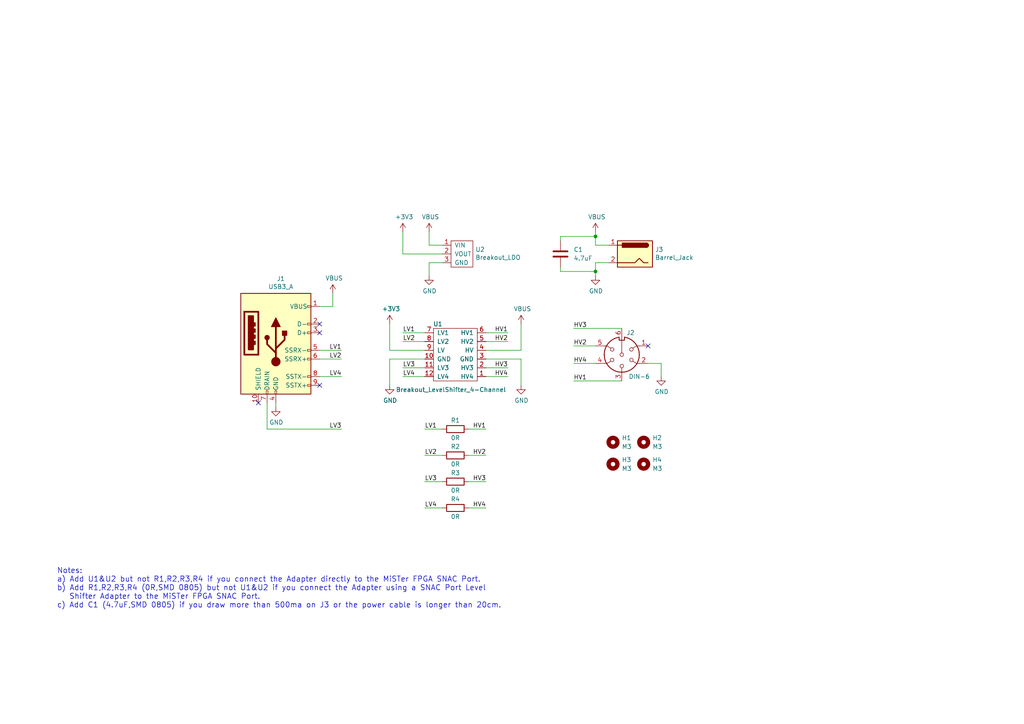
<source format=kicad_sch>
(kicad_sch (version 20211123) (generator eeschema)

  (uuid 8322f275-268c-4e87-a69f-4cfbf05e747f)

  (paper "A4")

  (title_block
    (title "SNAC2IEC")
    (date "2022-02-19")
    (rev "v1.1")
    (comment 2 "Converts the MiSTer FPGA SNAC Port into a Commodore IEC/CBM (Serial) Bus Port.")
  )

  (lib_symbols
    (symbol "Connector:Barrel_Jack" (pin_names (offset 1.016)) (in_bom yes) (on_board yes)
      (property "Reference" "J" (id 0) (at 0 5.334 0)
        (effects (font (size 1.27 1.27)))
      )
      (property "Value" "Barrel_Jack" (id 1) (at 0 -5.08 0)
        (effects (font (size 1.27 1.27)))
      )
      (property "Footprint" "" (id 2) (at 1.27 -1.016 0)
        (effects (font (size 1.27 1.27)) hide)
      )
      (property "Datasheet" "~" (id 3) (at 1.27 -1.016 0)
        (effects (font (size 1.27 1.27)) hide)
      )
      (property "ki_keywords" "DC power barrel jack connector" (id 4) (at 0 0 0)
        (effects (font (size 1.27 1.27)) hide)
      )
      (property "ki_description" "DC Barrel Jack" (id 5) (at 0 0 0)
        (effects (font (size 1.27 1.27)) hide)
      )
      (property "ki_fp_filters" "BarrelJack*" (id 6) (at 0 0 0)
        (effects (font (size 1.27 1.27)) hide)
      )
      (symbol "Barrel_Jack_0_1"
        (rectangle (start -5.08 3.81) (end 5.08 -3.81)
          (stroke (width 0.254) (type default) (color 0 0 0 0))
          (fill (type background))
        )
        (arc (start -3.302 3.175) (mid -3.937 2.54) (end -3.302 1.905)
          (stroke (width 0.254) (type default) (color 0 0 0 0))
          (fill (type none))
        )
        (arc (start -3.302 3.175) (mid -3.937 2.54) (end -3.302 1.905)
          (stroke (width 0.254) (type default) (color 0 0 0 0))
          (fill (type outline))
        )
        (polyline
          (pts
            (xy 5.08 2.54)
            (xy 3.81 2.54)
          )
          (stroke (width 0.254) (type default) (color 0 0 0 0))
          (fill (type none))
        )
        (polyline
          (pts
            (xy -3.81 -2.54)
            (xy -2.54 -2.54)
            (xy -1.27 -1.27)
            (xy 0 -2.54)
            (xy 2.54 -2.54)
            (xy 5.08 -2.54)
          )
          (stroke (width 0.254) (type default) (color 0 0 0 0))
          (fill (type none))
        )
        (rectangle (start 3.683 3.175) (end -3.302 1.905)
          (stroke (width 0.254) (type default) (color 0 0 0 0))
          (fill (type outline))
        )
      )
      (symbol "Barrel_Jack_1_1"
        (pin passive line (at 7.62 2.54 180) (length 2.54)
          (name "~" (effects (font (size 1.27 1.27))))
          (number "1" (effects (font (size 1.27 1.27))))
        )
        (pin passive line (at 7.62 -2.54 180) (length 2.54)
          (name "~" (effects (font (size 1.27 1.27))))
          (number "2" (effects (font (size 1.27 1.27))))
        )
      )
    )
    (symbol "Connector:DIN-6" (pin_names (offset 1.016)) (in_bom yes) (on_board yes)
      (property "Reference" "J" (id 0) (at 3.175 5.715 0)
        (effects (font (size 1.27 1.27)))
      )
      (property "Value" "DIN-6" (id 1) (at 4.445 -4.445 0)
        (effects (font (size 1.27 1.27)) (justify left))
      )
      (property "Footprint" "" (id 2) (at 0 0 0)
        (effects (font (size 1.27 1.27)) hide)
      )
      (property "Datasheet" "http://www.mouser.com/ds/2/18/40_c091_abd_e-75918.pdf" (id 3) (at 0 0 0)
        (effects (font (size 1.27 1.27)) hide)
      )
      (property "ki_keywords" "circular DIN connector" (id 4) (at 0 0 0)
        (effects (font (size 1.27 1.27)) hide)
      )
      (property "ki_description" "6-pin DIN connector" (id 5) (at 0 0 0)
        (effects (font (size 1.27 1.27)) hide)
      )
      (property "ki_fp_filters" "DIN*" (id 6) (at 0 0 0)
        (effects (font (size 1.27 1.27)) hide)
      )
      (symbol "DIN-6_0_1"
        (arc (start -5.08 0) (mid -3.8597 -3.3379) (end -0.762 -5.08)
          (stroke (width 0.254) (type default) (color 0 0 0 0))
          (fill (type none))
        )
        (circle (center -2.794 -1.524) (radius 0.508)
          (stroke (width 0) (type default) (color 0 0 0 0))
          (fill (type none))
        )
        (circle (center -2.794 1.524) (radius 0.508)
          (stroke (width 0) (type default) (color 0 0 0 0))
          (fill (type none))
        )
        (polyline
          (pts
            (xy 0 -5.08)
            (xy 0 -0.508)
          )
          (stroke (width 0) (type default) (color 0 0 0 0))
          (fill (type none))
        )
        (polyline
          (pts
            (xy 0 5.08)
            (xy 0 3.81)
          )
          (stroke (width 0) (type default) (color 0 0 0 0))
          (fill (type none))
        )
        (polyline
          (pts
            (xy -5.08 -2.54)
            (xy -4.318 -2.54)
            (xy -3.175 -1.905)
          )
          (stroke (width 0) (type default) (color 0 0 0 0))
          (fill (type none))
        )
        (polyline
          (pts
            (xy -5.08 2.54)
            (xy -4.318 2.54)
            (xy -3.175 1.905)
          )
          (stroke (width 0) (type default) (color 0 0 0 0))
          (fill (type none))
        )
        (polyline
          (pts
            (xy 5.08 -2.54)
            (xy 4.318 -2.54)
            (xy 3.175 -1.905)
          )
          (stroke (width 0) (type default) (color 0 0 0 0))
          (fill (type none))
        )
        (polyline
          (pts
            (xy 5.08 2.54)
            (xy 4.318 2.54)
            (xy 3.175 1.905)
          )
          (stroke (width 0) (type default) (color 0 0 0 0))
          (fill (type none))
        )
        (polyline
          (pts
            (xy -0.762 -4.953)
            (xy -0.762 -4.191)
            (xy 0.762 -4.191)
            (xy 0.762 -4.953)
          )
          (stroke (width 0.254) (type default) (color 0 0 0 0))
          (fill (type none))
        )
        (circle (center 0 0) (radius 0.508)
          (stroke (width 0) (type default) (color 0 0 0 0))
          (fill (type none))
        )
        (circle (center 0 3.302) (radius 0.508)
          (stroke (width 0) (type default) (color 0 0 0 0))
          (fill (type none))
        )
        (arc (start 0.762 -5.08) (mid 3.8673 -3.3444) (end 5.08 0)
          (stroke (width 0.254) (type default) (color 0 0 0 0))
          (fill (type none))
        )
        (circle (center 2.794 -1.524) (radius 0.508)
          (stroke (width 0) (type default) (color 0 0 0 0))
          (fill (type none))
        )
        (circle (center 2.794 1.524) (radius 0.508)
          (stroke (width 0) (type default) (color 0 0 0 0))
          (fill (type none))
        )
        (arc (start 5.08 0) (mid 0 5.08) (end -5.08 0)
          (stroke (width 0.254) (type default) (color 0 0 0 0))
          (fill (type none))
        )
      )
      (symbol "DIN-6_1_1"
        (pin passive line (at -7.62 -2.54 0) (length 2.54)
          (name "~" (effects (font (size 1.27 1.27))))
          (number "1" (effects (font (size 1.27 1.27))))
        )
        (pin passive line (at -7.62 2.54 0) (length 2.54)
          (name "~" (effects (font (size 1.27 1.27))))
          (number "2" (effects (font (size 1.27 1.27))))
        )
        (pin passive line (at 0 7.62 270) (length 2.54)
          (name "~" (effects (font (size 1.27 1.27))))
          (number "3" (effects (font (size 1.27 1.27))))
        )
        (pin passive line (at 7.62 2.54 180) (length 2.54)
          (name "~" (effects (font (size 1.27 1.27))))
          (number "4" (effects (font (size 1.27 1.27))))
        )
        (pin passive line (at 7.62 -2.54 180) (length 2.54)
          (name "~" (effects (font (size 1.27 1.27))))
          (number "5" (effects (font (size 1.27 1.27))))
        )
        (pin passive line (at 0 -7.62 90) (length 2.54)
          (name "~" (effects (font (size 1.27 1.27))))
          (number "6" (effects (font (size 1.27 1.27))))
        )
      )
    )
    (symbol "Connector:USB3_A" (pin_names (offset 1.016)) (in_bom yes) (on_board yes)
      (property "Reference" "J" (id 0) (at -10.16 15.24 0)
        (effects (font (size 1.27 1.27)) (justify left))
      )
      (property "Value" "USB3_A" (id 1) (at 10.16 15.24 0)
        (effects (font (size 1.27 1.27)) (justify right))
      )
      (property "Footprint" "" (id 2) (at 3.81 2.54 0)
        (effects (font (size 1.27 1.27)) hide)
      )
      (property "Datasheet" "~" (id 3) (at 3.81 2.54 0)
        (effects (font (size 1.27 1.27)) hide)
      )
      (property "ki_keywords" "usb universal serial bus" (id 4) (at 0 0 0)
        (effects (font (size 1.27 1.27)) hide)
      )
      (property "ki_description" "USB 3.0 A connector" (id 5) (at 0 0 0)
        (effects (font (size 1.27 1.27)) hide)
      )
      (symbol "USB3_A_0_0"
        (rectangle (start -9.144 8.636) (end -5.08 -3.81)
          (stroke (width 0.508) (type default) (color 0 0 0 0))
          (fill (type none))
        )
        (rectangle (start -7.874 7.366) (end -6.604 -2.286)
          (stroke (width 0.508) (type default) (color 0 0 0 0))
          (fill (type outline))
        )
        (rectangle (start -6.35 0) (end -6.096 -0.762)
          (stroke (width 0.508) (type default) (color 0 0 0 0))
          (fill (type none))
        )
        (rectangle (start -6.35 1.778) (end -6.096 1.016)
          (stroke (width 0.508) (type default) (color 0 0 0 0))
          (fill (type none))
        )
        (rectangle (start -6.35 3.556) (end -6.096 2.794)
          (stroke (width 0.508) (type default) (color 0 0 0 0))
          (fill (type none))
        )
        (rectangle (start -6.35 5.334) (end -6.096 4.572)
          (stroke (width 0.508) (type default) (color 0 0 0 0))
          (fill (type none))
        )
        (rectangle (start -2.794 -15.24) (end -2.286 -14.224)
          (stroke (width 0) (type default) (color 0 0 0 0))
          (fill (type none))
        )
        (rectangle (start -0.254 -15.24) (end 0.254 -14.224)
          (stroke (width 0) (type default) (color 0 0 0 0))
          (fill (type none))
        )
        (rectangle (start 10.16 -12.446) (end 9.144 -12.954)
          (stroke (width 0) (type default) (color 0 0 0 0))
          (fill (type none))
        )
        (rectangle (start 10.16 -9.906) (end 9.144 -10.414)
          (stroke (width 0) (type default) (color 0 0 0 0))
          (fill (type none))
        )
        (rectangle (start 10.16 -4.826) (end 9.144 -5.334)
          (stroke (width 0) (type default) (color 0 0 0 0))
          (fill (type none))
        )
        (rectangle (start 10.16 -2.286) (end 9.144 -2.794)
          (stroke (width 0) (type default) (color 0 0 0 0))
          (fill (type none))
        )
        (rectangle (start 10.16 2.794) (end 9.144 2.286)
          (stroke (width 0) (type default) (color 0 0 0 0))
          (fill (type none))
        )
        (rectangle (start 10.16 5.334) (end 9.144 4.826)
          (stroke (width 0) (type default) (color 0 0 0 0))
          (fill (type none))
        )
        (rectangle (start 10.16 10.414) (end 9.144 9.906)
          (stroke (width 0) (type default) (color 0 0 0 0))
          (fill (type none))
        )
      )
      (symbol "USB3_A_0_1"
        (rectangle (start -10.16 13.97) (end 10.16 -15.24)
          (stroke (width 0.254) (type default) (color 0 0 0 0))
          (fill (type background))
        )
      )
      (symbol "USB3_A_1_1"
        (circle (center -2.54 1.143) (radius 0.635)
          (stroke (width 0.254) (type default) (color 0 0 0 0))
          (fill (type outline))
        )
        (circle (center 0 -5.842) (radius 1.27)
          (stroke (width 0) (type default) (color 0 0 0 0))
          (fill (type outline))
        )
        (polyline
          (pts
            (xy 0 -5.842)
            (xy 0 4.318)
          )
          (stroke (width 0.508) (type default) (color 0 0 0 0))
          (fill (type none))
        )
        (polyline
          (pts
            (xy 0 -3.302)
            (xy -2.54 -0.762)
            (xy -2.54 0.508)
          )
          (stroke (width 0.508) (type default) (color 0 0 0 0))
          (fill (type none))
        )
        (polyline
          (pts
            (xy 0 -2.032)
            (xy 2.54 0.508)
            (xy 2.54 1.778)
          )
          (stroke (width 0.508) (type default) (color 0 0 0 0))
          (fill (type none))
        )
        (polyline
          (pts
            (xy -1.27 4.318)
            (xy 0 6.858)
            (xy 1.27 4.318)
            (xy -1.27 4.318)
          )
          (stroke (width 0.254) (type default) (color 0 0 0 0))
          (fill (type outline))
        )
        (rectangle (start 1.905 1.778) (end 3.175 3.048)
          (stroke (width 0.254) (type default) (color 0 0 0 0))
          (fill (type outline))
        )
        (pin power_in line (at 12.7 10.16 180) (length 2.54)
          (name "VBUS" (effects (font (size 1.27 1.27))))
          (number "1" (effects (font (size 1.27 1.27))))
        )
        (pin passive line (at -5.08 -17.78 90) (length 2.54)
          (name "SHIELD" (effects (font (size 1.27 1.27))))
          (number "10" (effects (font (size 1.27 1.27))))
        )
        (pin bidirectional line (at 12.7 5.08 180) (length 2.54)
          (name "D-" (effects (font (size 1.27 1.27))))
          (number "2" (effects (font (size 1.27 1.27))))
        )
        (pin bidirectional line (at 12.7 2.54 180) (length 2.54)
          (name "D+" (effects (font (size 1.27 1.27))))
          (number "3" (effects (font (size 1.27 1.27))))
        )
        (pin power_in line (at 0 -17.78 90) (length 2.54)
          (name "GND" (effects (font (size 1.27 1.27))))
          (number "4" (effects (font (size 1.27 1.27))))
        )
        (pin output line (at 12.7 -2.54 180) (length 2.54)
          (name "SSRX-" (effects (font (size 1.27 1.27))))
          (number "5" (effects (font (size 1.27 1.27))))
        )
        (pin output line (at 12.7 -5.08 180) (length 2.54)
          (name "SSRX+" (effects (font (size 1.27 1.27))))
          (number "6" (effects (font (size 1.27 1.27))))
        )
        (pin passive line (at -2.54 -17.78 90) (length 2.54)
          (name "DRAIN" (effects (font (size 1.27 1.27))))
          (number "7" (effects (font (size 1.27 1.27))))
        )
        (pin input line (at 12.7 -10.16 180) (length 2.54)
          (name "SSTX-" (effects (font (size 1.27 1.27))))
          (number "8" (effects (font (size 1.27 1.27))))
        )
        (pin input line (at 12.7 -12.7 180) (length 2.54)
          (name "SSTX+" (effects (font (size 1.27 1.27))))
          (number "9" (effects (font (size 1.27 1.27))))
        )
      )
    )
    (symbol "Device:C" (pin_numbers hide) (pin_names (offset 0.254)) (in_bom yes) (on_board yes)
      (property "Reference" "C" (id 0) (at 0.635 2.54 0)
        (effects (font (size 1.27 1.27)) (justify left))
      )
      (property "Value" "C" (id 1) (at 0.635 -2.54 0)
        (effects (font (size 1.27 1.27)) (justify left))
      )
      (property "Footprint" "" (id 2) (at 0.9652 -3.81 0)
        (effects (font (size 1.27 1.27)) hide)
      )
      (property "Datasheet" "~" (id 3) (at 0 0 0)
        (effects (font (size 1.27 1.27)) hide)
      )
      (property "ki_keywords" "cap capacitor" (id 4) (at 0 0 0)
        (effects (font (size 1.27 1.27)) hide)
      )
      (property "ki_description" "Unpolarized capacitor" (id 5) (at 0 0 0)
        (effects (font (size 1.27 1.27)) hide)
      )
      (property "ki_fp_filters" "C_*" (id 6) (at 0 0 0)
        (effects (font (size 1.27 1.27)) hide)
      )
      (symbol "C_0_1"
        (polyline
          (pts
            (xy -2.032 -0.762)
            (xy 2.032 -0.762)
          )
          (stroke (width 0.508) (type default) (color 0 0 0 0))
          (fill (type none))
        )
        (polyline
          (pts
            (xy -2.032 0.762)
            (xy 2.032 0.762)
          )
          (stroke (width 0.508) (type default) (color 0 0 0 0))
          (fill (type none))
        )
      )
      (symbol "C_1_1"
        (pin passive line (at 0 3.81 270) (length 2.794)
          (name "~" (effects (font (size 1.27 1.27))))
          (number "1" (effects (font (size 1.27 1.27))))
        )
        (pin passive line (at 0 -3.81 90) (length 2.794)
          (name "~" (effects (font (size 1.27 1.27))))
          (number "2" (effects (font (size 1.27 1.27))))
        )
      )
    )
    (symbol "Device:R" (pin_numbers hide) (pin_names (offset 0)) (in_bom yes) (on_board yes)
      (property "Reference" "R" (id 0) (at 2.032 0 90)
        (effects (font (size 1.27 1.27)))
      )
      (property "Value" "R" (id 1) (at 0 0 90)
        (effects (font (size 1.27 1.27)))
      )
      (property "Footprint" "" (id 2) (at -1.778 0 90)
        (effects (font (size 1.27 1.27)) hide)
      )
      (property "Datasheet" "~" (id 3) (at 0 0 0)
        (effects (font (size 1.27 1.27)) hide)
      )
      (property "ki_keywords" "R res resistor" (id 4) (at 0 0 0)
        (effects (font (size 1.27 1.27)) hide)
      )
      (property "ki_description" "Resistor" (id 5) (at 0 0 0)
        (effects (font (size 1.27 1.27)) hide)
      )
      (property "ki_fp_filters" "R_*" (id 6) (at 0 0 0)
        (effects (font (size 1.27 1.27)) hide)
      )
      (symbol "R_0_1"
        (rectangle (start -1.016 -2.54) (end 1.016 2.54)
          (stroke (width 0.254) (type default) (color 0 0 0 0))
          (fill (type none))
        )
      )
      (symbol "R_1_1"
        (pin passive line (at 0 3.81 270) (length 1.27)
          (name "~" (effects (font (size 1.27 1.27))))
          (number "1" (effects (font (size 1.27 1.27))))
        )
        (pin passive line (at 0 -3.81 90) (length 1.27)
          (name "~" (effects (font (size 1.27 1.27))))
          (number "2" (effects (font (size 1.27 1.27))))
        )
      )
    )
    (symbol "Mechanical:MountingHole" (pin_names (offset 1.016)) (in_bom yes) (on_board yes)
      (property "Reference" "H" (id 0) (at 0 5.08 0)
        (effects (font (size 1.27 1.27)))
      )
      (property "Value" "MountingHole" (id 1) (at 0 3.175 0)
        (effects (font (size 1.27 1.27)))
      )
      (property "Footprint" "" (id 2) (at 0 0 0)
        (effects (font (size 1.27 1.27)) hide)
      )
      (property "Datasheet" "~" (id 3) (at 0 0 0)
        (effects (font (size 1.27 1.27)) hide)
      )
      (property "ki_keywords" "mounting hole" (id 4) (at 0 0 0)
        (effects (font (size 1.27 1.27)) hide)
      )
      (property "ki_description" "Mounting Hole without connection" (id 5) (at 0 0 0)
        (effects (font (size 1.27 1.27)) hide)
      )
      (property "ki_fp_filters" "MountingHole*" (id 6) (at 0 0 0)
        (effects (font (size 1.27 1.27)) hide)
      )
      (symbol "MountingHole_0_1"
        (circle (center 0 0) (radius 1.27)
          (stroke (width 1.27) (type default) (color 0 0 0 0))
          (fill (type none))
        )
      )
    )
    (symbol "VeniceKiCadLibrary:Breakout_LDO" (pin_names (offset 1.016)) (in_bom yes) (on_board yes)
      (property "Reference" "Ux" (id 0) (at 0 10.16 0)
        (effects (font (size 1.27 1.27)))
      )
      (property "Value" "VeniceKiCadLibrary_Breakout_LDO" (id 1) (at 0 0 0)
        (effects (font (size 1.27 1.27)))
      )
      (property "Footprint" "" (id 2) (at 0 0 0)
        (effects (font (size 1.27 1.27)) hide)
      )
      (property "Datasheet" "" (id 3) (at 0 0 0)
        (effects (font (size 1.27 1.27)) hide)
      )
      (symbol "Breakout_LDO_0_1"
        (rectangle (start -1.27 8.89) (end 5.08 1.27)
          (stroke (width 0) (type default) (color 0 0 0 0))
          (fill (type none))
        )
      )
      (symbol "Breakout_LDO_1_1"
        (pin power_in line (at -3.81 7.62 0) (length 2.54)
          (name "VIN" (effects (font (size 1.27 1.27))))
          (number "1" (effects (font (size 1.27 1.27))))
        )
        (pin power_out line (at -3.81 5.08 0) (length 2.54)
          (name "VOUT" (effects (font (size 1.27 1.27))))
          (number "2" (effects (font (size 1.27 1.27))))
        )
        (pin passive line (at -3.81 2.54 0) (length 2.54)
          (name "GND" (effects (font (size 1.27 1.27))))
          (number "3" (effects (font (size 1.27 1.27))))
        )
      )
    )
    (symbol "VeniceKiCadLibrary:Breakout_LevelShifter_4-Channel" (pin_names (offset 1.016)) (in_bom yes) (on_board yes)
      (property "Reference" "Ux" (id 0) (at 0 19.05 0)
        (effects (font (size 1.27 1.27)))
      )
      (property "Value" "VeniceKiCadLibrary_Breakout_LevelShifter_4-Channel" (id 1) (at 0 0 0)
        (effects (font (size 1.27 1.27)))
      )
      (property "Footprint" "" (id 2) (at 0 0 0)
        (effects (font (size 1.27 1.27)) hide)
      )
      (property "Datasheet" "" (id 3) (at 0 0 0)
        (effects (font (size 1.27 1.27)) hide)
      )
      (symbol "Breakout_LevelShifter_4-Channel_0_1"
        (rectangle (start -6.35 17.78) (end 6.35 2.54)
          (stroke (width 0) (type default) (color 0 0 0 0))
          (fill (type none))
        )
      )
      (symbol "Breakout_LevelShifter_4-Channel_1_1"
        (pin bidirectional line (at -8.89 16.51 0) (length 2.54)
          (name "HV4" (effects (font (size 1.27 1.27))))
          (number "1" (effects (font (size 1.27 1.27))))
        )
        (pin passive line (at 8.89 11.43 180) (length 2.54)
          (name "GND" (effects (font (size 1.27 1.27))))
          (number "10" (effects (font (size 1.27 1.27))))
        )
        (pin bidirectional line (at 8.89 13.97 180) (length 2.54)
          (name "LV3" (effects (font (size 1.27 1.27))))
          (number "11" (effects (font (size 1.27 1.27))))
        )
        (pin bidirectional line (at 8.89 16.51 180) (length 2.54)
          (name "LV4" (effects (font (size 1.27 1.27))))
          (number "12" (effects (font (size 1.27 1.27))))
        )
        (pin bidirectional line (at -8.89 13.97 0) (length 2.54)
          (name "HV3" (effects (font (size 1.27 1.27))))
          (number "2" (effects (font (size 1.27 1.27))))
        )
        (pin passive line (at -8.89 11.43 0) (length 2.54)
          (name "GND" (effects (font (size 1.27 1.27))))
          (number "3" (effects (font (size 1.27 1.27))))
        )
        (pin power_in line (at -8.89 8.89 0) (length 2.54)
          (name "HV" (effects (font (size 1.27 1.27))))
          (number "4" (effects (font (size 1.27 1.27))))
        )
        (pin bidirectional line (at -8.89 6.35 0) (length 2.54)
          (name "HV2" (effects (font (size 1.27 1.27))))
          (number "5" (effects (font (size 1.27 1.27))))
        )
        (pin bidirectional line (at -8.89 3.81 0) (length 2.54)
          (name "HV1" (effects (font (size 1.27 1.27))))
          (number "6" (effects (font (size 1.27 1.27))))
        )
        (pin bidirectional line (at 8.89 3.81 180) (length 2.54)
          (name "LV1" (effects (font (size 1.27 1.27))))
          (number "7" (effects (font (size 1.27 1.27))))
        )
        (pin bidirectional line (at 8.89 6.35 180) (length 2.54)
          (name "LV2" (effects (font (size 1.27 1.27))))
          (number "8" (effects (font (size 1.27 1.27))))
        )
        (pin power_in line (at 8.89 8.89 180) (length 2.54)
          (name "LV" (effects (font (size 1.27 1.27))))
          (number "9" (effects (font (size 1.27 1.27))))
        )
      )
    )
    (symbol "power:+3V3" (power) (pin_names (offset 0)) (in_bom yes) (on_board yes)
      (property "Reference" "#PWR" (id 0) (at 0 -3.81 0)
        (effects (font (size 1.27 1.27)) hide)
      )
      (property "Value" "+3V3" (id 1) (at 0 3.556 0)
        (effects (font (size 1.27 1.27)))
      )
      (property "Footprint" "" (id 2) (at 0 0 0)
        (effects (font (size 1.27 1.27)) hide)
      )
      (property "Datasheet" "" (id 3) (at 0 0 0)
        (effects (font (size 1.27 1.27)) hide)
      )
      (property "ki_keywords" "power-flag" (id 4) (at 0 0 0)
        (effects (font (size 1.27 1.27)) hide)
      )
      (property "ki_description" "Power symbol creates a global label with name \"+3V3\"" (id 5) (at 0 0 0)
        (effects (font (size 1.27 1.27)) hide)
      )
      (symbol "+3V3_0_1"
        (polyline
          (pts
            (xy -0.762 1.27)
            (xy 0 2.54)
          )
          (stroke (width 0) (type default) (color 0 0 0 0))
          (fill (type none))
        )
        (polyline
          (pts
            (xy 0 0)
            (xy 0 2.54)
          )
          (stroke (width 0) (type default) (color 0 0 0 0))
          (fill (type none))
        )
        (polyline
          (pts
            (xy 0 2.54)
            (xy 0.762 1.27)
          )
          (stroke (width 0) (type default) (color 0 0 0 0))
          (fill (type none))
        )
      )
      (symbol "+3V3_1_1"
        (pin power_in line (at 0 0 90) (length 0) hide
          (name "+3V3" (effects (font (size 1.27 1.27))))
          (number "1" (effects (font (size 1.27 1.27))))
        )
      )
    )
    (symbol "power:GND" (power) (pin_names (offset 0)) (in_bom yes) (on_board yes)
      (property "Reference" "#PWR" (id 0) (at 0 -6.35 0)
        (effects (font (size 1.27 1.27)) hide)
      )
      (property "Value" "GND" (id 1) (at 0 -3.81 0)
        (effects (font (size 1.27 1.27)))
      )
      (property "Footprint" "" (id 2) (at 0 0 0)
        (effects (font (size 1.27 1.27)) hide)
      )
      (property "Datasheet" "" (id 3) (at 0 0 0)
        (effects (font (size 1.27 1.27)) hide)
      )
      (property "ki_keywords" "power-flag" (id 4) (at 0 0 0)
        (effects (font (size 1.27 1.27)) hide)
      )
      (property "ki_description" "Power symbol creates a global label with name \"GND\" , ground" (id 5) (at 0 0 0)
        (effects (font (size 1.27 1.27)) hide)
      )
      (symbol "GND_0_1"
        (polyline
          (pts
            (xy 0 0)
            (xy 0 -1.27)
            (xy 1.27 -1.27)
            (xy 0 -2.54)
            (xy -1.27 -1.27)
            (xy 0 -1.27)
          )
          (stroke (width 0) (type default) (color 0 0 0 0))
          (fill (type none))
        )
      )
      (symbol "GND_1_1"
        (pin power_in line (at 0 0 270) (length 0) hide
          (name "GND" (effects (font (size 1.27 1.27))))
          (number "1" (effects (font (size 1.27 1.27))))
        )
      )
    )
    (symbol "power:VBUS" (power) (pin_names (offset 0)) (in_bom yes) (on_board yes)
      (property "Reference" "#PWR" (id 0) (at 0 -3.81 0)
        (effects (font (size 1.27 1.27)) hide)
      )
      (property "Value" "VBUS" (id 1) (at 0 3.81 0)
        (effects (font (size 1.27 1.27)))
      )
      (property "Footprint" "" (id 2) (at 0 0 0)
        (effects (font (size 1.27 1.27)) hide)
      )
      (property "Datasheet" "" (id 3) (at 0 0 0)
        (effects (font (size 1.27 1.27)) hide)
      )
      (property "ki_keywords" "power-flag" (id 4) (at 0 0 0)
        (effects (font (size 1.27 1.27)) hide)
      )
      (property "ki_description" "Power symbol creates a global label with name \"VBUS\"" (id 5) (at 0 0 0)
        (effects (font (size 1.27 1.27)) hide)
      )
      (symbol "VBUS_0_1"
        (polyline
          (pts
            (xy -0.762 1.27)
            (xy 0 2.54)
          )
          (stroke (width 0) (type default) (color 0 0 0 0))
          (fill (type none))
        )
        (polyline
          (pts
            (xy 0 0)
            (xy 0 2.54)
          )
          (stroke (width 0) (type default) (color 0 0 0 0))
          (fill (type none))
        )
        (polyline
          (pts
            (xy 0 2.54)
            (xy 0.762 1.27)
          )
          (stroke (width 0) (type default) (color 0 0 0 0))
          (fill (type none))
        )
      )
      (symbol "VBUS_1_1"
        (pin power_in line (at 0 0 90) (length 0) hide
          (name "VBUS" (effects (font (size 1.27 1.27))))
          (number "1" (effects (font (size 1.27 1.27))))
        )
      )
    )
  )

  (junction (at 172.72 68.58) (diameter 0) (color 0 0 0 0)
    (uuid 8e9b5dbc-ad48-4ee7-a31d-8b7e7510dc01)
  )
  (junction (at 172.72 78.74) (diameter 0) (color 0 0 0 0)
    (uuid e9742607-36b5-4053-b09e-fcf930ee8262)
  )

  (no_connect (at 92.71 96.52) (uuid 03c52831-5dc5-43c5-a442-8d23643b46fb))
  (no_connect (at 74.93 116.84) (uuid 29e78086-2175-405e-9ba3-c48766d2f50c))
  (no_connect (at 92.71 111.76) (uuid a1823eb2-fb0d-4ed8-8b96-04184ac3a9d5))
  (no_connect (at 187.96 100.33) (uuid cbd8faed-e1f8-4406-87c8-58b2c504a5d4))
  (no_connect (at 92.71 93.98) (uuid d57dcfee-5058-4fc2-a68b-05f9a48f685b))

  (wire (pts (xy 124.46 71.12) (xy 124.46 67.31))
    (stroke (width 0) (type default) (color 0 0 0 0))
    (uuid 06cf700e-b15a-4406-980d-6c4a4377b312)
  )
  (wire (pts (xy 162.56 69.85) (xy 162.56 68.58))
    (stroke (width 0) (type default) (color 0 0 0 0))
    (uuid 075c195a-1a76-49ff-b763-4e7961f4abcb)
  )
  (wire (pts (xy 135.89 124.46) (xy 140.97 124.46))
    (stroke (width 0) (type default) (color 0 0 0 0))
    (uuid 0c549c6e-ec8f-4ec8-b077-30330634e598)
  )
  (wire (pts (xy 116.84 109.22) (xy 123.19 109.22))
    (stroke (width 0) (type default) (color 0 0 0 0))
    (uuid 0e92fe37-bed0-4f8c-88ff-ed80252cb023)
  )
  (wire (pts (xy 176.53 76.2) (xy 172.72 76.2))
    (stroke (width 0) (type default) (color 0 0 0 0))
    (uuid 0ec45a1d-2ffa-4690-bdcd-79d28464e7c7)
  )
  (wire (pts (xy 128.27 71.12) (xy 124.46 71.12))
    (stroke (width 0) (type default) (color 0 0 0 0))
    (uuid 134a26f3-60a9-432f-a532-5ab8968fed31)
  )
  (wire (pts (xy 116.84 106.68) (xy 123.19 106.68))
    (stroke (width 0) (type default) (color 0 0 0 0))
    (uuid 16974a66-63ee-4d75-91d2-5bffd655f5b6)
  )
  (wire (pts (xy 147.32 99.06) (xy 140.97 99.06))
    (stroke (width 0) (type default) (color 0 0 0 0))
    (uuid 25d77dad-afe9-4bb2-8581-474b3ad16207)
  )
  (wire (pts (xy 77.47 124.46) (xy 99.06 124.46))
    (stroke (width 0) (type default) (color 0 0 0 0))
    (uuid 26ca9468-f7a1-46f2-b6a0-2eaafb2a679f)
  )
  (wire (pts (xy 113.03 93.98) (xy 113.03 101.6))
    (stroke (width 0) (type default) (color 0 0 0 0))
    (uuid 27355eb4-7c58-414d-8a72-12c38aa894ed)
  )
  (wire (pts (xy 92.71 104.14) (xy 99.06 104.14))
    (stroke (width 0) (type default) (color 0 0 0 0))
    (uuid 2988dd76-264b-4f52-b772-d0b880c4ca0b)
  )
  (wire (pts (xy 151.13 104.14) (xy 151.13 111.76))
    (stroke (width 0) (type default) (color 0 0 0 0))
    (uuid 2a197d82-0a4d-40f9-b30e-413906ed3412)
  )
  (wire (pts (xy 123.19 124.46) (xy 128.27 124.46))
    (stroke (width 0) (type default) (color 0 0 0 0))
    (uuid 2a278faa-713d-4238-b4ff-b50a371633ee)
  )
  (wire (pts (xy 162.56 77.47) (xy 162.56 78.74))
    (stroke (width 0) (type default) (color 0 0 0 0))
    (uuid 2caa5824-5557-4651-827f-dd47bd006187)
  )
  (wire (pts (xy 123.19 139.7) (xy 128.27 139.7))
    (stroke (width 0) (type default) (color 0 0 0 0))
    (uuid 36143dd0-ce11-4fbd-83c1-f55fd02e3f41)
  )
  (wire (pts (xy 124.46 76.2) (xy 124.46 80.01))
    (stroke (width 0) (type default) (color 0 0 0 0))
    (uuid 36dc6ea0-d806-412f-93f7-1636496ba5e7)
  )
  (wire (pts (xy 128.27 76.2) (xy 124.46 76.2))
    (stroke (width 0) (type default) (color 0 0 0 0))
    (uuid 390356a0-7ee5-4f40-be5b-1b0345a56cbe)
  )
  (wire (pts (xy 172.72 76.2) (xy 172.72 78.74))
    (stroke (width 0) (type default) (color 0 0 0 0))
    (uuid 3c45b70c-fe2b-4acb-8bdb-7770bbc01309)
  )
  (wire (pts (xy 80.01 116.84) (xy 80.01 118.11))
    (stroke (width 0) (type default) (color 0 0 0 0))
    (uuid 3f1b8232-ac6a-4ce2-ab21-c14c29623fda)
  )
  (wire (pts (xy 162.56 68.58) (xy 172.72 68.58))
    (stroke (width 0) (type default) (color 0 0 0 0))
    (uuid 3fc8664b-dac7-4f98-8027-ef29aedf7232)
  )
  (wire (pts (xy 166.37 105.41) (xy 172.72 105.41))
    (stroke (width 0) (type default) (color 0 0 0 0))
    (uuid 4b92ec21-4aaf-4720-9be4-9e403096f833)
  )
  (wire (pts (xy 187.96 105.41) (xy 191.77 105.41))
    (stroke (width 0) (type default) (color 0 0 0 0))
    (uuid 58f4565d-e859-4e30-88fe-3bfea80f0d8f)
  )
  (wire (pts (xy 113.03 101.6) (xy 123.19 101.6))
    (stroke (width 0) (type default) (color 0 0 0 0))
    (uuid 65d2287d-4b54-43d0-9ba9-247be649a2b1)
  )
  (wire (pts (xy 151.13 101.6) (xy 151.13 93.98))
    (stroke (width 0) (type default) (color 0 0 0 0))
    (uuid 68cafc9a-a0b5-40ca-8608-68713113041a)
  )
  (wire (pts (xy 113.03 111.76) (xy 113.03 104.14))
    (stroke (width 0) (type default) (color 0 0 0 0))
    (uuid 6ad82e29-cbc6-49e8-89eb-c126dbcf9bfb)
  )
  (wire (pts (xy 162.56 78.74) (xy 172.72 78.74))
    (stroke (width 0) (type default) (color 0 0 0 0))
    (uuid 6c6bee9c-5464-4ad7-9d96-00be1078c827)
  )
  (wire (pts (xy 191.77 105.41) (xy 191.77 109.22))
    (stroke (width 0) (type default) (color 0 0 0 0))
    (uuid 7066a1bb-585a-4ab4-9578-8315378e81e9)
  )
  (wire (pts (xy 166.37 110.49) (xy 180.34 110.49))
    (stroke (width 0) (type default) (color 0 0 0 0))
    (uuid 81df2c4c-aa2e-4369-a675-fc2143b511a5)
  )
  (wire (pts (xy 92.71 109.22) (xy 99.06 109.22))
    (stroke (width 0) (type default) (color 0 0 0 0))
    (uuid 8501d4e6-61b2-4edd-b0e3-855f7f951c57)
  )
  (wire (pts (xy 123.19 132.08) (xy 128.27 132.08))
    (stroke (width 0) (type default) (color 0 0 0 0))
    (uuid 88aceeeb-e7aa-4050-9b4f-fa00b304481c)
  )
  (wire (pts (xy 147.32 109.22) (xy 140.97 109.22))
    (stroke (width 0) (type default) (color 0 0 0 0))
    (uuid 8c0578b9-ec22-48e2-b686-3c7464fba1ba)
  )
  (wire (pts (xy 92.71 88.9) (xy 96.52 88.9))
    (stroke (width 0) (type default) (color 0 0 0 0))
    (uuid 9282efb2-375f-4010-b035-35ba68d7ae42)
  )
  (wire (pts (xy 172.72 71.12) (xy 176.53 71.12))
    (stroke (width 0) (type default) (color 0 0 0 0))
    (uuid a405f378-eef1-420b-8d5c-b9896ee87c68)
  )
  (wire (pts (xy 96.52 88.9) (xy 96.52 85.09))
    (stroke (width 0) (type default) (color 0 0 0 0))
    (uuid b07ee8d7-da95-48c3-a076-fca6902ed55c)
  )
  (wire (pts (xy 166.37 100.33) (xy 172.72 100.33))
    (stroke (width 0) (type default) (color 0 0 0 0))
    (uuid b86a742f-ba76-4fb5-bb78-3dbdbddbf659)
  )
  (wire (pts (xy 135.89 147.32) (xy 140.97 147.32))
    (stroke (width 0) (type default) (color 0 0 0 0))
    (uuid b974143c-6f57-4dfa-8247-9faf8ddee9c9)
  )
  (wire (pts (xy 116.84 67.31) (xy 116.84 73.66))
    (stroke (width 0) (type default) (color 0 0 0 0))
    (uuid bd183fdb-bc68-48e7-a22a-b673167d7209)
  )
  (wire (pts (xy 166.37 95.25) (xy 180.34 95.25))
    (stroke (width 0) (type default) (color 0 0 0 0))
    (uuid c01e0c1d-6e4f-420c-b420-dcbdd130f84b)
  )
  (wire (pts (xy 77.47 116.84) (xy 77.47 124.46))
    (stroke (width 0) (type default) (color 0 0 0 0))
    (uuid c0515cd2-cdaa-467e-8354-0f6eadfa35c9)
  )
  (wire (pts (xy 123.19 147.32) (xy 128.27 147.32))
    (stroke (width 0) (type default) (color 0 0 0 0))
    (uuid ca7090d4-8bd3-400f-8729-50e4f5de5f24)
  )
  (wire (pts (xy 172.72 68.58) (xy 172.72 71.12))
    (stroke (width 0) (type default) (color 0 0 0 0))
    (uuid cba24571-a12f-41fa-9f7f-f9b46ffce0d4)
  )
  (wire (pts (xy 172.72 67.31) (xy 172.72 68.58))
    (stroke (width 0) (type default) (color 0 0 0 0))
    (uuid ccc1fb39-db9c-4229-9483-a2e3602b5cb0)
  )
  (wire (pts (xy 172.72 78.74) (xy 172.72 80.01))
    (stroke (width 0) (type default) (color 0 0 0 0))
    (uuid cdb55184-386d-428e-a82c-2ba5f701c927)
  )
  (wire (pts (xy 135.89 139.7) (xy 140.97 139.7))
    (stroke (width 0) (type default) (color 0 0 0 0))
    (uuid d2ab130a-6b90-47c9-940b-f8acfb3baf64)
  )
  (wire (pts (xy 116.84 96.52) (xy 123.19 96.52))
    (stroke (width 0) (type default) (color 0 0 0 0))
    (uuid d9af9b72-53e5-499c-ae01-cb602e4c2560)
  )
  (wire (pts (xy 116.84 99.06) (xy 123.19 99.06))
    (stroke (width 0) (type default) (color 0 0 0 0))
    (uuid d9b97a3c-dd06-4152-b189-8169387592db)
  )
  (wire (pts (xy 135.89 132.08) (xy 140.97 132.08))
    (stroke (width 0) (type default) (color 0 0 0 0))
    (uuid e342d24c-1aca-46dc-bec5-d63cc9c43ede)
  )
  (wire (pts (xy 147.32 106.68) (xy 140.97 106.68))
    (stroke (width 0) (type default) (color 0 0 0 0))
    (uuid e4246897-42ba-43f2-8e6c-a34e3bf4c22f)
  )
  (wire (pts (xy 140.97 101.6) (xy 151.13 101.6))
    (stroke (width 0) (type default) (color 0 0 0 0))
    (uuid e5ee1c49-8c03-4b0b-abe2-0b87f2b6dfff)
  )
  (wire (pts (xy 113.03 104.14) (xy 123.19 104.14))
    (stroke (width 0) (type default) (color 0 0 0 0))
    (uuid e92781b3-836d-497b-9f1c-cb9feb44114b)
  )
  (wire (pts (xy 116.84 73.66) (xy 128.27 73.66))
    (stroke (width 0) (type default) (color 0 0 0 0))
    (uuid ea319a25-2ece-460a-8ca1-759d86ed6292)
  )
  (wire (pts (xy 92.71 101.6) (xy 99.06 101.6))
    (stroke (width 0) (type default) (color 0 0 0 0))
    (uuid ec64d090-db21-4085-90e1-b8a06f631eb9)
  )
  (wire (pts (xy 147.32 96.52) (xy 140.97 96.52))
    (stroke (width 0) (type default) (color 0 0 0 0))
    (uuid ed12616c-851a-4bee-9dad-86d94aa6003b)
  )
  (wire (pts (xy 140.97 104.14) (xy 151.13 104.14))
    (stroke (width 0) (type default) (color 0 0 0 0))
    (uuid f29b1e5d-0765-4be4-96cb-16f073758e7c)
  )

  (text "Notes:\na) Add U1&U2 but not R1,R2,R3,R4 if you connect the Adapter directly to the MiSTer FPGA SNAC Port.\nb) Add R1,R2,R3,R4 (0R,SMD 0805) but not U1&U2 if you connect the Adapter using a SNAC Port Level \n   Shifter Adapter to the MiSTer FPGA SNAC Port.\nc) Add C1 (4.7uF,SMD 0805) if you draw more than 500ma on J3 or the power cable is longer than 20cm."
    (at 16.51 176.53 0)
    (effects (font (size 1.55 1.55)) (justify left bottom))
    (uuid d27379c7-e890-4988-918c-fab1d9bf008b)
  )

  (label "LV3" (at 123.19 139.7 0)
    (effects (font (size 1.27 1.27)) (justify left bottom))
    (uuid 1e062846-a3ab-4380-92e6-ee5e0823e13c)
  )
  (label "HV2" (at 166.37 100.33 0)
    (effects (font (size 1.27 1.27)) (justify left bottom))
    (uuid 24618ad1-688f-4fdd-9f06-a8bbe1c1f90f)
  )
  (label "LV4" (at 99.06 109.22 180)
    (effects (font (size 1.27 1.27)) (justify right bottom))
    (uuid 29100a1c-c7af-4ff2-99b1-e218371d741a)
  )
  (label "LV3" (at 99.06 124.46 180)
    (effects (font (size 1.27 1.27)) (justify right bottom))
    (uuid 2dcfa2ec-0e12-4972-83e7-38ebc4d661a3)
  )
  (label "LV1" (at 123.19 124.46 0)
    (effects (font (size 1.27 1.27)) (justify left bottom))
    (uuid 3da4562e-7da5-4bf3-99aa-1007b2df2cf7)
  )
  (label "HV1" (at 140.97 124.46 180)
    (effects (font (size 1.27 1.27)) (justify right bottom))
    (uuid 421382e0-af42-4397-9b16-90b29e3eaf33)
  )
  (label "LV1" (at 99.06 101.6 180)
    (effects (font (size 1.27 1.27)) (justify right bottom))
    (uuid 43bba2de-b2e8-44ad-b2d4-e209d0f942ad)
  )
  (label "LV2" (at 99.06 104.14 180)
    (effects (font (size 1.27 1.27)) (justify right bottom))
    (uuid 43bdb923-d333-4c14-9bf4-36c29293fc48)
  )
  (label "HV2" (at 147.32 99.06 180)
    (effects (font (size 1.27 1.27)) (justify right bottom))
    (uuid 58c2a101-ed7b-4dcc-929a-33cef5088331)
  )
  (label "LV1" (at 116.84 96.52 0)
    (effects (font (size 1.27 1.27)) (justify left bottom))
    (uuid 61a355d9-5231-4699-9738-3ec704d44035)
  )
  (label "HV1" (at 166.37 110.49 0)
    (effects (font (size 1.27 1.27)) (justify left bottom))
    (uuid 64916ca3-d6ca-487f-b5d4-68a77c97a4eb)
  )
  (label "HV4" (at 140.97 147.32 180)
    (effects (font (size 1.27 1.27)) (justify right bottom))
    (uuid 68f049e9-021c-4a4c-8e12-e4b6eefb377b)
  )
  (label "HV4" (at 147.32 109.22 180)
    (effects (font (size 1.27 1.27)) (justify right bottom))
    (uuid 7c1efc34-31f2-4794-abf7-060e10423279)
  )
  (label "LV2" (at 123.19 132.08 0)
    (effects (font (size 1.27 1.27)) (justify left bottom))
    (uuid 8a368418-23cb-426e-9504-f351ef187b25)
  )
  (label "HV3" (at 166.37 95.25 0)
    (effects (font (size 1.27 1.27)) (justify left bottom))
    (uuid 94ad311a-68a4-4cb3-802f-c6b1d12f6880)
  )
  (label "HV1" (at 147.32 96.52 180)
    (effects (font (size 1.27 1.27)) (justify right bottom))
    (uuid a044f645-1030-49ca-94cb-d50701702fa5)
  )
  (label "HV3" (at 140.97 139.7 180)
    (effects (font (size 1.27 1.27)) (justify right bottom))
    (uuid ab18aefd-8119-441e-ac9f-63b78aa13e62)
  )
  (label "LV2" (at 116.84 99.06 0)
    (effects (font (size 1.27 1.27)) (justify left bottom))
    (uuid b830ae61-5cf3-45d7-b837-1eb84500b62b)
  )
  (label "HV3" (at 147.32 106.68 180)
    (effects (font (size 1.27 1.27)) (justify right bottom))
    (uuid ba632e24-c96b-4b03-8d48-d702faa95fc0)
  )
  (label "LV4" (at 123.19 147.32 0)
    (effects (font (size 1.27 1.27)) (justify left bottom))
    (uuid c02a8140-d563-4701-a1fb-52de09e7cad5)
  )
  (label "HV4" (at 166.37 105.41 0)
    (effects (font (size 1.27 1.27)) (justify left bottom))
    (uuid d5e51e4c-e87c-4b02-9377-87ed19e39dea)
  )
  (label "LV3" (at 116.84 106.68 0)
    (effects (font (size 1.27 1.27)) (justify left bottom))
    (uuid d6181c55-40b4-4e67-95d2-76d6790c4b9e)
  )
  (label "HV2" (at 140.97 132.08 180)
    (effects (font (size 1.27 1.27)) (justify right bottom))
    (uuid f47d4561-f6af-40e1-9590-b077612065d6)
  )
  (label "LV4" (at 116.84 109.22 0)
    (effects (font (size 1.27 1.27)) (justify left bottom))
    (uuid f7fdfeea-93c2-41a6-9ed4-9fc01072e3cd)
  )

  (symbol (lib_id "Connector:DIN-6") (at 180.34 102.87 180) (unit 1)
    (in_bom yes) (on_board yes)
    (uuid 00000000-0000-0000-0000-0000620fe4ed)
    (property "Reference" "J2" (id 0) (at 182.88 96.52 0))
    (property "Value" "DIN-6" (id 1) (at 185.42 109.22 0))
    (property "Footprint" "VeniceFootprints:DIN_6Pin_Print_Connector_IEC_Layout" (id 2) (at 180.34 102.87 0)
      (effects (font (size 1.27 1.27)) hide)
    )
    (property "Datasheet" "http://www.mouser.com/ds/2/18/40_c091_abd_e-75918.pdf" (id 3) (at 180.34 102.87 0)
      (effects (font (size 1.27 1.27)) hide)
    )
    (pin "1" (uuid 3f442ee7-c9b7-4179-94be-9df5306d51c0))
    (pin "2" (uuid da32b5f4-f109-4fd8-8f56-c7dd14dc7f1a))
    (pin "3" (uuid 22eb871e-db46-4e52-8302-718d26281d7f))
    (pin "4" (uuid 3e79f4c0-2bc2-4a8f-9f4e-6023587bbb94))
    (pin "5" (uuid 47ecd2b2-d3c3-4e48-94bf-5cc8562a9aa5))
    (pin "6" (uuid 895d89cc-c80c-4ae0-b9f7-5429c22e6bdd))
  )

  (symbol (lib_id "Connector:USB3_A") (at 80.01 99.06 0) (unit 1)
    (in_bom yes) (on_board yes)
    (uuid 00000000-0000-0000-0000-0000620ff803)
    (property "Reference" "J1" (id 0) (at 81.4578 80.8482 0))
    (property "Value" "USB3_A" (id 1) (at 81.4578 83.1596 0))
    (property "Footprint" "Connector_USB:USB3_A_Plug_Wuerth_692112030100_Horizontal" (id 2) (at 83.82 96.52 0)
      (effects (font (size 1.27 1.27)) hide)
    )
    (property "Datasheet" "~" (id 3) (at 83.82 96.52 0)
      (effects (font (size 1.27 1.27)) hide)
    )
    (pin "1" (uuid b478bdca-2eaf-4f0a-b6b1-5bd62a1bb843))
    (pin "10" (uuid d967d7ab-a040-4a34-9239-c38ae56e082b))
    (pin "2" (uuid 063dd0fd-5d4a-4e56-a529-0227eabaa100))
    (pin "3" (uuid b21148af-53e5-4822-9e47-26e621a57037))
    (pin "4" (uuid 5cb85e73-8c17-485f-935e-84e4e5f5c5ee))
    (pin "5" (uuid 99d7a13b-931a-44ac-b6cf-39d761155cab))
    (pin "6" (uuid 0b600f0e-e895-488c-850f-8fbed38206f9))
    (pin "7" (uuid b97f56a2-7047-42bc-afed-5139d66aca30))
    (pin "8" (uuid 813fbdf8-2b4e-4d07-98c0-13b630c3da4c))
    (pin "9" (uuid 56d20114-6950-4cb5-ae6d-2db880476e79))
  )

  (symbol (lib_id "VeniceKiCadLibrary:Breakout_LevelShifter_4-Channel") (at 132.08 92.71 180) (unit 1)
    (in_bom yes) (on_board yes)
    (uuid 00000000-0000-0000-0000-0000621071cf)
    (property "Reference" "U1" (id 0) (at 127 93.98 0))
    (property "Value" "Breakout_LevelShifter_4-Channel" (id 1) (at 130.81 113.03 0))
    (property "Footprint" "VeniceFootprints:Breakout_LevelShiffer_4Channel" (id 2) (at 132.08 92.71 0)
      (effects (font (size 1.27 1.27)) hide)
    )
    (property "Datasheet" "" (id 3) (at 132.08 92.71 0)
      (effects (font (size 1.27 1.27)) hide)
    )
    (pin "1" (uuid 83063369-e269-4e6a-b634-2f2f27ac465c))
    (pin "10" (uuid 54b749eb-6cbb-4e5a-a91d-a4b0f441aee7))
    (pin "11" (uuid 09ed2fd0-0289-4001-884c-b3653ab06433))
    (pin "12" (uuid 7a31e028-0348-44e5-97c7-6de5e1a601d8))
    (pin "2" (uuid 05fc1ca3-e0ef-43e5-97c3-3240af2a016c))
    (pin "3" (uuid b4d46fbd-f502-4ac5-90e1-421f8f845c9d))
    (pin "4" (uuid 9608d8bf-17d8-4c44-9ca4-80940042fd47))
    (pin "5" (uuid e83d2fe9-0a5a-4e78-90a7-df916ec1aa92))
    (pin "6" (uuid 1a907062-f9a9-45b4-b3a9-85b763e3ec8b))
    (pin "7" (uuid ae10a270-42e7-4aa2-bd6a-ffce3564c5c5))
    (pin "8" (uuid 27cf5be8-3514-45fc-9428-efbe58ee235a))
    (pin "9" (uuid 8886fd9e-79e6-493b-ba8d-ae260c98a60d))
  )

  (symbol (lib_id "Device:R") (at 132.08 147.32 270) (unit 1)
    (in_bom yes) (on_board yes)
    (uuid 00000000-0000-0000-0000-000062108290)
    (property "Reference" "R4" (id 0) (at 132.08 144.78 90))
    (property "Value" "0R" (id 1) (at 132.08 149.86 90))
    (property "Footprint" "Resistor_SMD:R_0805_2012Metric_Pad1.20x1.40mm_HandSolder" (id 2) (at 132.08 145.542 90)
      (effects (font (size 1.27 1.27)) hide)
    )
    (property "Datasheet" "~" (id 3) (at 132.08 147.32 0)
      (effects (font (size 1.27 1.27)) hide)
    )
    (pin "1" (uuid 77ae7669-ba28-4653-b9f3-d132dcd4378a))
    (pin "2" (uuid 4d354041-9d51-46f1-a4f1-c4cb6a6b9fd8))
  )

  (symbol (lib_id "Device:R") (at 132.08 139.7 270) (unit 1)
    (in_bom yes) (on_board yes)
    (uuid 00000000-0000-0000-0000-000062108ee8)
    (property "Reference" "R3" (id 0) (at 132.08 137.16 90))
    (property "Value" "0R" (id 1) (at 132.08 142.24 90))
    (property "Footprint" "Resistor_SMD:R_0805_2012Metric_Pad1.20x1.40mm_HandSolder" (id 2) (at 132.08 137.922 90)
      (effects (font (size 1.27 1.27)) hide)
    )
    (property "Datasheet" "~" (id 3) (at 132.08 139.7 0)
      (effects (font (size 1.27 1.27)) hide)
    )
    (pin "1" (uuid cb0257bb-1832-4517-8340-9f5db3704c14))
    (pin "2" (uuid 2771c68a-04e0-492b-8e9b-b28fc9182951))
  )

  (symbol (lib_id "Device:R") (at 132.08 132.08 270) (unit 1)
    (in_bom yes) (on_board yes)
    (uuid 00000000-0000-0000-0000-000062109f33)
    (property "Reference" "R2" (id 0) (at 132.08 129.54 90))
    (property "Value" "0R" (id 1) (at 132.08 134.62 90))
    (property "Footprint" "Resistor_SMD:R_0805_2012Metric_Pad1.20x1.40mm_HandSolder" (id 2) (at 132.08 130.302 90)
      (effects (font (size 1.27 1.27)) hide)
    )
    (property "Datasheet" "~" (id 3) (at 132.08 132.08 0)
      (effects (font (size 1.27 1.27)) hide)
    )
    (pin "1" (uuid 8bc574c4-9c0f-4f4e-b97f-af165193f4ed))
    (pin "2" (uuid cd29ab3d-1e8f-4e7b-95f0-177865949633))
  )

  (symbol (lib_id "Device:R") (at 132.08 124.46 270) (unit 1)
    (in_bom yes) (on_board yes)
    (uuid 00000000-0000-0000-0000-00006210a83a)
    (property "Reference" "R1" (id 0) (at 132.08 121.92 90))
    (property "Value" "0R" (id 1) (at 132.08 127 90))
    (property "Footprint" "Resistor_SMD:R_0805_2012Metric_Pad1.20x1.40mm_HandSolder" (id 2) (at 132.08 122.682 90)
      (effects (font (size 1.27 1.27)) hide)
    )
    (property "Datasheet" "~" (id 3) (at 132.08 124.46 0)
      (effects (font (size 1.27 1.27)) hide)
    )
    (pin "1" (uuid c4aa8b88-43e8-4259-97d0-3217aea61f36))
    (pin "2" (uuid 77ca26dd-9072-4aef-888c-fa2d59fb00e0))
  )

  (symbol (lib_id "power:GND") (at 80.01 118.11 0) (unit 1)
    (in_bom yes) (on_board yes)
    (uuid 00000000-0000-0000-0000-00006211fe54)
    (property "Reference" "#PWR0101" (id 0) (at 80.01 124.46 0)
      (effects (font (size 1.27 1.27)) hide)
    )
    (property "Value" "GND" (id 1) (at 80.137 122.5042 0))
    (property "Footprint" "" (id 2) (at 80.01 118.11 0)
      (effects (font (size 1.27 1.27)) hide)
    )
    (property "Datasheet" "" (id 3) (at 80.01 118.11 0)
      (effects (font (size 1.27 1.27)) hide)
    )
    (pin "1" (uuid 4008be2c-7f17-4fee-a6e2-057af712444c))
  )

  (symbol (lib_id "power:VBUS") (at 124.46 67.31 0) (unit 1)
    (in_bom yes) (on_board yes)
    (uuid 00000000-0000-0000-0000-000062120adf)
    (property "Reference" "#PWR0102" (id 0) (at 124.46 71.12 0)
      (effects (font (size 1.27 1.27)) hide)
    )
    (property "Value" "VBUS" (id 1) (at 124.841 62.9158 0))
    (property "Footprint" "" (id 2) (at 124.46 67.31 0)
      (effects (font (size 1.27 1.27)) hide)
    )
    (property "Datasheet" "" (id 3) (at 124.46 67.31 0)
      (effects (font (size 1.27 1.27)) hide)
    )
    (pin "1" (uuid 2a73b2b8-979b-4d11-b3be-c5997a29b309))
  )

  (symbol (lib_id "Connector:Barrel_Jack") (at 184.15 73.66 0) (mirror y) (unit 1)
    (in_bom yes) (on_board yes)
    (uuid 00000000-0000-0000-0000-00006212f83a)
    (property "Reference" "J3" (id 0) (at 189.992 72.39 0)
      (effects (font (size 1.27 1.27)) (justify right))
    )
    (property "Value" "Barrel_Jack" (id 1) (at 189.992 74.7014 0)
      (effects (font (size 1.27 1.27)) (justify right))
    )
    (property "Footprint" "Connector_BarrelJack:BarrelJack_Wuerth_6941xx301002" (id 2) (at 182.88 74.676 0)
      (effects (font (size 1.27 1.27)) hide)
    )
    (property "Datasheet" "~" (id 3) (at 182.88 74.676 0)
      (effects (font (size 1.27 1.27)) hide)
    )
    (pin "1" (uuid f311efca-0f73-48f1-96f2-20a8a7ec9f76))
    (pin "2" (uuid 21aff110-7dd2-4d56-9867-0d7ca102d629))
  )

  (symbol (lib_id "VeniceKiCadLibrary:Breakout_LDO") (at 132.08 78.74 0) (unit 1)
    (in_bom yes) (on_board yes)
    (uuid 00000000-0000-0000-0000-0000621410d5)
    (property "Reference" "U2" (id 0) (at 137.8712 72.3646 0)
      (effects (font (size 1.27 1.27)) (justify left))
    )
    (property "Value" "Breakout_LDO" (id 1) (at 137.8712 74.676 0)
      (effects (font (size 1.27 1.27)) (justify left))
    )
    (property "Footprint" "VeniceFootprints:Breakout_LDO_AMS1117_3.3V" (id 2) (at 132.08 78.74 0)
      (effects (font (size 1.27 1.27)) hide)
    )
    (property "Datasheet" "" (id 3) (at 132.08 78.74 0)
      (effects (font (size 1.27 1.27)) hide)
    )
    (pin "1" (uuid 0c08fb76-7493-4aaf-9029-0982a5e64f61))
    (pin "2" (uuid 69e64e71-df5b-49ed-94a9-3721935c12b8))
    (pin "3" (uuid e1a2d3c7-6d97-4a26-bd8a-5631be7daa7a))
  )

  (symbol (lib_id "power:+3V3") (at 116.84 67.31 0) (unit 1)
    (in_bom yes) (on_board yes)
    (uuid 00000000-0000-0000-0000-00006214dca2)
    (property "Reference" "#PWR0103" (id 0) (at 116.84 71.12 0)
      (effects (font (size 1.27 1.27)) hide)
    )
    (property "Value" "+3V3" (id 1) (at 117.221 62.9158 0))
    (property "Footprint" "" (id 2) (at 116.84 67.31 0)
      (effects (font (size 1.27 1.27)) hide)
    )
    (property "Datasheet" "" (id 3) (at 116.84 67.31 0)
      (effects (font (size 1.27 1.27)) hide)
    )
    (pin "1" (uuid 31786174-1573-4ae5-b428-19a2c6370c11))
  )

  (symbol (lib_id "power:VBUS") (at 151.13 93.98 0) (unit 1)
    (in_bom yes) (on_board yes)
    (uuid 0567ad07-2a9e-4d79-ba95-8d558b94a5bf)
    (property "Reference" "#PWR0105" (id 0) (at 151.13 97.79 0)
      (effects (font (size 1.27 1.27)) hide)
    )
    (property "Value" "VBUS" (id 1) (at 151.511 89.5858 0))
    (property "Footprint" "" (id 2) (at 151.13 93.98 0)
      (effects (font (size 1.27 1.27)) hide)
    )
    (property "Datasheet" "" (id 3) (at 151.13 93.98 0)
      (effects (font (size 1.27 1.27)) hide)
    )
    (pin "1" (uuid a281e50e-b14e-4431-934e-bd876dd2f40a))
  )

  (symbol (lib_id "Device:C") (at 162.56 73.66 0) (unit 1)
    (in_bom yes) (on_board yes) (fields_autoplaced)
    (uuid 060e7c90-ab55-4954-9001-045b163ae2ff)
    (property "Reference" "C1" (id 0) (at 166.37 72.3899 0)
      (effects (font (size 1.27 1.27)) (justify left))
    )
    (property "Value" "4.7uF" (id 1) (at 166.37 74.9299 0)
      (effects (font (size 1.27 1.27)) (justify left))
    )
    (property "Footprint" "Capacitor_SMD:C_0805_2012Metric" (id 2) (at 163.5252 77.47 0)
      (effects (font (size 1.27 1.27)) hide)
    )
    (property "Datasheet" "~" (id 3) (at 162.56 73.66 0)
      (effects (font (size 1.27 1.27)) hide)
    )
    (pin "1" (uuid edcaac6d-c113-48d8-86dd-e52dcc856aa4))
    (pin "2" (uuid d9ed65a8-ed4f-482c-b5d7-c0c2811ed699))
  )

  (symbol (lib_id "Mechanical:MountingHole") (at 177.8 128.27 0) (unit 1)
    (in_bom yes) (on_board yes) (fields_autoplaced)
    (uuid 06eef27d-e972-45bb-a07f-18349855faae)
    (property "Reference" "H1" (id 0) (at 180.34 126.9999 0)
      (effects (font (size 1.27 1.27)) (justify left))
    )
    (property "Value" "M3" (id 1) (at 180.34 129.5399 0)
      (effects (font (size 1.27 1.27)) (justify left))
    )
    (property "Footprint" "MountingHole:MountingHole_3.2mm_M3_ISO7380_Pad" (id 2) (at 177.8 128.27 0)
      (effects (font (size 1.27 1.27)) hide)
    )
    (property "Datasheet" "~" (id 3) (at 177.8 128.27 0)
      (effects (font (size 1.27 1.27)) hide)
    )
  )

  (symbol (lib_id "Mechanical:MountingHole") (at 177.8 134.62 0) (unit 1)
    (in_bom yes) (on_board yes) (fields_autoplaced)
    (uuid 1f20a1ae-cccb-42fc-872a-93e2ccb4d160)
    (property "Reference" "H3" (id 0) (at 180.34 133.3499 0)
      (effects (font (size 1.27 1.27)) (justify left))
    )
    (property "Value" "M3" (id 1) (at 180.34 135.8899 0)
      (effects (font (size 1.27 1.27)) (justify left))
    )
    (property "Footprint" "MountingHole:MountingHole_3.2mm_M3_ISO7380_Pad" (id 2) (at 177.8 134.62 0)
      (effects (font (size 1.27 1.27)) hide)
    )
    (property "Datasheet" "~" (id 3) (at 177.8 134.62 0)
      (effects (font (size 1.27 1.27)) hide)
    )
  )

  (symbol (lib_id "power:GND") (at 172.72 80.01 0) (unit 1)
    (in_bom yes) (on_board yes)
    (uuid 20ca94bf-bfdb-4ef0-8843-df0a232c58a5)
    (property "Reference" "#PWR0107" (id 0) (at 172.72 86.36 0)
      (effects (font (size 1.27 1.27)) hide)
    )
    (property "Value" "GND" (id 1) (at 172.847 84.4042 0))
    (property "Footprint" "" (id 2) (at 172.72 80.01 0)
      (effects (font (size 1.27 1.27)) hide)
    )
    (property "Datasheet" "" (id 3) (at 172.72 80.01 0)
      (effects (font (size 1.27 1.27)) hide)
    )
    (pin "1" (uuid 0b461c6a-31d5-4808-9513-d02495ccdae6))
  )

  (symbol (lib_id "power:GND") (at 191.77 109.22 0) (unit 1)
    (in_bom yes) (on_board yes)
    (uuid 2ed3b775-9ea9-4838-ae54-65257a387eba)
    (property "Reference" "#PWR0110" (id 0) (at 191.77 115.57 0)
      (effects (font (size 1.27 1.27)) hide)
    )
    (property "Value" "GND" (id 1) (at 191.897 113.6142 0))
    (property "Footprint" "" (id 2) (at 191.77 109.22 0)
      (effects (font (size 1.27 1.27)) hide)
    )
    (property "Datasheet" "" (id 3) (at 191.77 109.22 0)
      (effects (font (size 1.27 1.27)) hide)
    )
    (pin "1" (uuid adbb182a-6e9f-4389-af39-978c064745dc))
  )

  (symbol (lib_id "power:GND") (at 124.46 80.01 0) (unit 1)
    (in_bom yes) (on_board yes)
    (uuid 3f3d29f2-c68f-4434-ab54-dae72770cf34)
    (property "Reference" "#PWR0108" (id 0) (at 124.46 86.36 0)
      (effects (font (size 1.27 1.27)) hide)
    )
    (property "Value" "GND" (id 1) (at 124.587 84.4042 0))
    (property "Footprint" "" (id 2) (at 124.46 80.01 0)
      (effects (font (size 1.27 1.27)) hide)
    )
    (property "Datasheet" "" (id 3) (at 124.46 80.01 0)
      (effects (font (size 1.27 1.27)) hide)
    )
    (pin "1" (uuid 3688b409-9704-43b8-9954-c9ba9ba3673a))
  )

  (symbol (lib_id "power:GND") (at 113.03 111.76 0) (unit 1)
    (in_bom yes) (on_board yes)
    (uuid 771b113e-6190-4707-aacf-29ae0def13c5)
    (property "Reference" "#PWR0112" (id 0) (at 113.03 118.11 0)
      (effects (font (size 1.27 1.27)) hide)
    )
    (property "Value" "GND" (id 1) (at 113.157 116.1542 0))
    (property "Footprint" "" (id 2) (at 113.03 111.76 0)
      (effects (font (size 1.27 1.27)) hide)
    )
    (property "Datasheet" "" (id 3) (at 113.03 111.76 0)
      (effects (font (size 1.27 1.27)) hide)
    )
    (pin "1" (uuid 263ddb60-041e-4396-9020-5c3d2010818f))
  )

  (symbol (lib_id "power:VBUS") (at 96.52 85.09 0) (unit 1)
    (in_bom yes) (on_board yes)
    (uuid 8850b3ab-a17c-402f-b84f-8964c4d8e418)
    (property "Reference" "#PWR0104" (id 0) (at 96.52 88.9 0)
      (effects (font (size 1.27 1.27)) hide)
    )
    (property "Value" "VBUS" (id 1) (at 96.901 80.6958 0))
    (property "Footprint" "" (id 2) (at 96.52 85.09 0)
      (effects (font (size 1.27 1.27)) hide)
    )
    (property "Datasheet" "" (id 3) (at 96.52 85.09 0)
      (effects (font (size 1.27 1.27)) hide)
    )
    (pin "1" (uuid 0a124d02-618d-4a45-97ba-b164228e9766))
  )

  (symbol (lib_id "power:+3V3") (at 113.03 93.98 0) (unit 1)
    (in_bom yes) (on_board yes)
    (uuid cca4d62b-ce23-4a5c-9cd1-c930d03b8d36)
    (property "Reference" "#PWR0111" (id 0) (at 113.03 97.79 0)
      (effects (font (size 1.27 1.27)) hide)
    )
    (property "Value" "+3V3" (id 1) (at 113.411 89.5858 0))
    (property "Footprint" "" (id 2) (at 113.03 93.98 0)
      (effects (font (size 1.27 1.27)) hide)
    )
    (property "Datasheet" "" (id 3) (at 113.03 93.98 0)
      (effects (font (size 1.27 1.27)) hide)
    )
    (pin "1" (uuid bb0b5cc0-90f7-450d-a6fe-eb3fce281fad))
  )

  (symbol (lib_id "power:VBUS") (at 172.72 67.31 0) (unit 1)
    (in_bom yes) (on_board yes)
    (uuid df82cca6-b3da-4f07-8569-df690b0998b4)
    (property "Reference" "#PWR0106" (id 0) (at 172.72 71.12 0)
      (effects (font (size 1.27 1.27)) hide)
    )
    (property "Value" "VBUS" (id 1) (at 173.101 62.9158 0))
    (property "Footprint" "" (id 2) (at 172.72 67.31 0)
      (effects (font (size 1.27 1.27)) hide)
    )
    (property "Datasheet" "" (id 3) (at 172.72 67.31 0)
      (effects (font (size 1.27 1.27)) hide)
    )
    (pin "1" (uuid d019af93-fdc1-42d6-982b-9e7b8c0e5ba5))
  )

  (symbol (lib_id "power:GND") (at 151.13 111.76 0) (unit 1)
    (in_bom yes) (on_board yes)
    (uuid e05b6eb8-68e9-4b64-a628-234bb91fb252)
    (property "Reference" "#PWR0109" (id 0) (at 151.13 118.11 0)
      (effects (font (size 1.27 1.27)) hide)
    )
    (property "Value" "GND" (id 1) (at 151.257 116.1542 0))
    (property "Footprint" "" (id 2) (at 151.13 111.76 0)
      (effects (font (size 1.27 1.27)) hide)
    )
    (property "Datasheet" "" (id 3) (at 151.13 111.76 0)
      (effects (font (size 1.27 1.27)) hide)
    )
    (pin "1" (uuid d2b12579-7abd-4725-8e52-61afb581d660))
  )

  (symbol (lib_id "Mechanical:MountingHole") (at 186.69 134.62 0) (unit 1)
    (in_bom yes) (on_board yes) (fields_autoplaced)
    (uuid f8541b8f-c09c-4ad0-ba5f-c04b97468cd1)
    (property "Reference" "H4" (id 0) (at 189.23 133.3499 0)
      (effects (font (size 1.27 1.27)) (justify left))
    )
    (property "Value" "M3" (id 1) (at 189.23 135.8899 0)
      (effects (font (size 1.27 1.27)) (justify left))
    )
    (property "Footprint" "MountingHole:MountingHole_3.2mm_M3_ISO7380_Pad" (id 2) (at 186.69 134.62 0)
      (effects (font (size 1.27 1.27)) hide)
    )
    (property "Datasheet" "~" (id 3) (at 186.69 134.62 0)
      (effects (font (size 1.27 1.27)) hide)
    )
  )

  (symbol (lib_id "Mechanical:MountingHole") (at 186.69 128.27 0) (unit 1)
    (in_bom yes) (on_board yes) (fields_autoplaced)
    (uuid fba9ddac-5e0e-40e9-9102-bf96d719cbd5)
    (property "Reference" "H2" (id 0) (at 189.23 126.9999 0)
      (effects (font (size 1.27 1.27)) (justify left))
    )
    (property "Value" "M3" (id 1) (at 189.23 129.5399 0)
      (effects (font (size 1.27 1.27)) (justify left))
    )
    (property "Footprint" "MountingHole:MountingHole_3.2mm_M3_ISO7380_Pad" (id 2) (at 186.69 128.27 0)
      (effects (font (size 1.27 1.27)) hide)
    )
    (property "Datasheet" "~" (id 3) (at 186.69 128.27 0)
      (effects (font (size 1.27 1.27)) hide)
    )
  )

  (sheet_instances
    (path "/" (page "1"))
  )

  (symbol_instances
    (path "/00000000-0000-0000-0000-00006211fe54"
      (reference "#PWR0101") (unit 1) (value "GND") (footprint "")
    )
    (path "/00000000-0000-0000-0000-000062120adf"
      (reference "#PWR0102") (unit 1) (value "VBUS") (footprint "")
    )
    (path "/00000000-0000-0000-0000-00006214dca2"
      (reference "#PWR0103") (unit 1) (value "+3V3") (footprint "")
    )
    (path "/8850b3ab-a17c-402f-b84f-8964c4d8e418"
      (reference "#PWR0104") (unit 1) (value "VBUS") (footprint "")
    )
    (path "/0567ad07-2a9e-4d79-ba95-8d558b94a5bf"
      (reference "#PWR0105") (unit 1) (value "VBUS") (footprint "")
    )
    (path "/df82cca6-b3da-4f07-8569-df690b0998b4"
      (reference "#PWR0106") (unit 1) (value "VBUS") (footprint "")
    )
    (path "/20ca94bf-bfdb-4ef0-8843-df0a232c58a5"
      (reference "#PWR0107") (unit 1) (value "GND") (footprint "")
    )
    (path "/3f3d29f2-c68f-4434-ab54-dae72770cf34"
      (reference "#PWR0108") (unit 1) (value "GND") (footprint "")
    )
    (path "/e05b6eb8-68e9-4b64-a628-234bb91fb252"
      (reference "#PWR0109") (unit 1) (value "GND") (footprint "")
    )
    (path "/2ed3b775-9ea9-4838-ae54-65257a387eba"
      (reference "#PWR0110") (unit 1) (value "GND") (footprint "")
    )
    (path "/cca4d62b-ce23-4a5c-9cd1-c930d03b8d36"
      (reference "#PWR0111") (unit 1) (value "+3V3") (footprint "")
    )
    (path "/771b113e-6190-4707-aacf-29ae0def13c5"
      (reference "#PWR0112") (unit 1) (value "GND") (footprint "")
    )
    (path "/060e7c90-ab55-4954-9001-045b163ae2ff"
      (reference "C1") (unit 1) (value "4.7uF") (footprint "Capacitor_SMD:C_0805_2012Metric")
    )
    (path "/06eef27d-e972-45bb-a07f-18349855faae"
      (reference "H1") (unit 1) (value "M3") (footprint "MountingHole:MountingHole_3.2mm_M3_ISO7380_Pad")
    )
    (path "/fba9ddac-5e0e-40e9-9102-bf96d719cbd5"
      (reference "H2") (unit 1) (value "M3") (footprint "MountingHole:MountingHole_3.2mm_M3_ISO7380_Pad")
    )
    (path "/1f20a1ae-cccb-42fc-872a-93e2ccb4d160"
      (reference "H3") (unit 1) (value "M3") (footprint "MountingHole:MountingHole_3.2mm_M3_ISO7380_Pad")
    )
    (path "/f8541b8f-c09c-4ad0-ba5f-c04b97468cd1"
      (reference "H4") (unit 1) (value "M3") (footprint "MountingHole:MountingHole_3.2mm_M3_ISO7380_Pad")
    )
    (path "/00000000-0000-0000-0000-0000620ff803"
      (reference "J1") (unit 1) (value "USB3_A") (footprint "Connector_USB:USB3_A_Plug_Wuerth_692112030100_Horizontal")
    )
    (path "/00000000-0000-0000-0000-0000620fe4ed"
      (reference "J2") (unit 1) (value "DIN-6") (footprint "VeniceFootprints:DIN_6Pin_Print_Connector_IEC_Layout")
    )
    (path "/00000000-0000-0000-0000-00006212f83a"
      (reference "J3") (unit 1) (value "Barrel_Jack") (footprint "Connector_BarrelJack:BarrelJack_Wuerth_6941xx301002")
    )
    (path "/00000000-0000-0000-0000-00006210a83a"
      (reference "R1") (unit 1) (value "0R") (footprint "Resistor_SMD:R_0805_2012Metric_Pad1.20x1.40mm_HandSolder")
    )
    (path "/00000000-0000-0000-0000-000062109f33"
      (reference "R2") (unit 1) (value "0R") (footprint "Resistor_SMD:R_0805_2012Metric_Pad1.20x1.40mm_HandSolder")
    )
    (path "/00000000-0000-0000-0000-000062108ee8"
      (reference "R3") (unit 1) (value "0R") (footprint "Resistor_SMD:R_0805_2012Metric_Pad1.20x1.40mm_HandSolder")
    )
    (path "/00000000-0000-0000-0000-000062108290"
      (reference "R4") (unit 1) (value "0R") (footprint "Resistor_SMD:R_0805_2012Metric_Pad1.20x1.40mm_HandSolder")
    )
    (path "/00000000-0000-0000-0000-0000621071cf"
      (reference "U1") (unit 1) (value "Breakout_LevelShifter_4-Channel") (footprint "VeniceFootprints:Breakout_LevelShiffer_4Channel")
    )
    (path "/00000000-0000-0000-0000-0000621410d5"
      (reference "U2") (unit 1) (value "Breakout_LDO") (footprint "VeniceFootprints:Breakout_LDO_AMS1117_3.3V")
    )
  )
)

</source>
